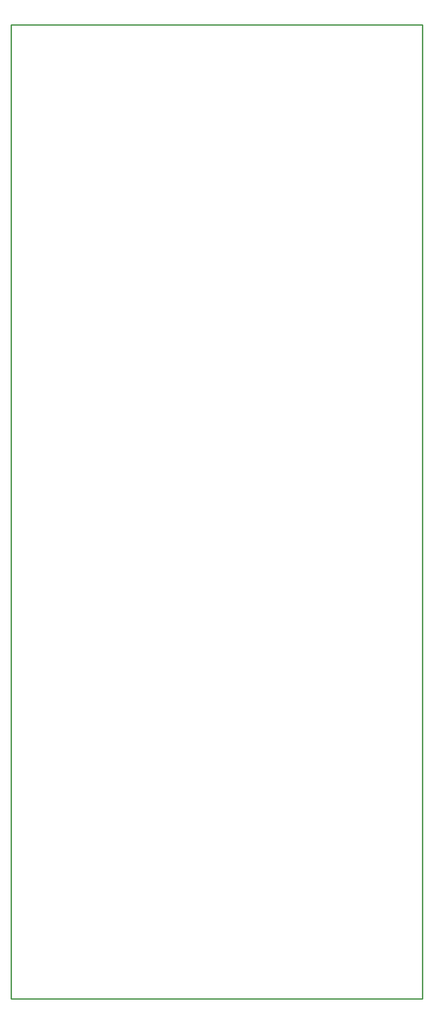
<source format=gbr>
G04 EAGLE Gerber RS-274X export*
G75*
%MOMM*%
%FSLAX34Y34*%
%LPD*%
%IN*%
%IPPOS*%
%AMOC8*
5,1,8,0,0,1.08239X$1,22.5*%
G01*
%ADD10C,0.254000*%


D10*
X0Y0D02*
X787400Y0D01*
X787200Y1863600D01*
X0Y1863600D01*
X0Y0D01*
M02*

</source>
